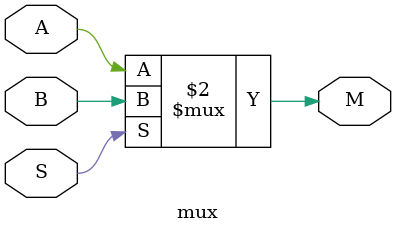
<source format=v>
`timescale 1ns / 1ps

module mux
(
    input A,
    input B,
    input S,
    output M
);

    wire a_0;
    wire a_1;
    
    assign M = (S==0)? A :B;

endmodule


</source>
